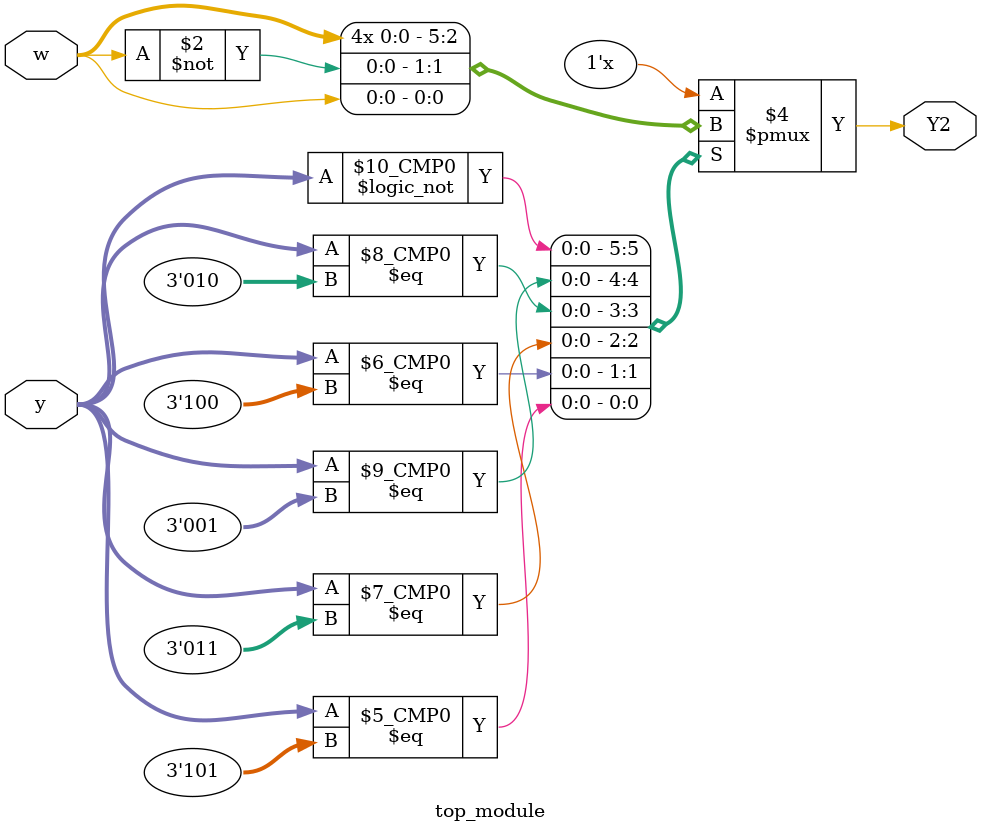
<source format=sv>
module top_module(
    input [3:1] y,
    input w,
    output reg Y2);
    
    always @(*)
    begin
        case(y)
            3'b000: Y2 = w;
            3'b001: Y2 = w;
            3'b010: Y2 = w;
            3'b011: Y2 = w;
            3'b100: Y2 = ~w;
            3'b101: Y2 = w;
        endcase
    end
endmodule

</source>
